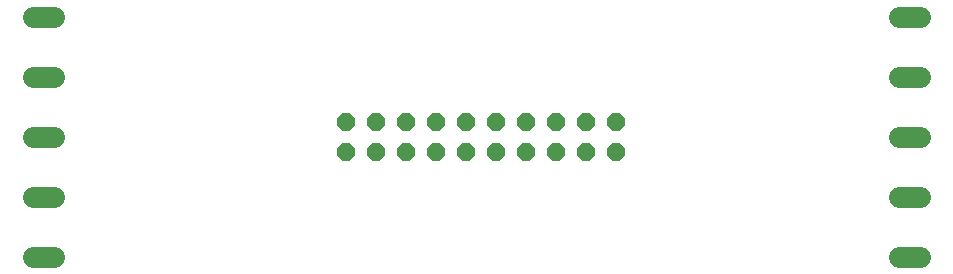
<source format=gtl>
G75*
%MOIN*%
%OFA0B0*%
%FSLAX24Y24*%
%IPPOS*%
%LPD*%
%AMOC8*
5,1,8,0,0,1.08239X$1,22.5*
%
%ADD10C,0.0705*%
%ADD11OC8,0.0600*%
D10*
X002398Y002764D02*
X003103Y002764D01*
X003103Y004764D02*
X002398Y004764D01*
X002398Y006764D02*
X003103Y006764D01*
X003103Y008764D02*
X002398Y008764D01*
X002398Y010764D02*
X003103Y010764D01*
X031244Y010764D02*
X031949Y010764D01*
X031949Y008764D02*
X031244Y008764D01*
X031244Y006764D02*
X031949Y006764D01*
X031949Y004764D02*
X031244Y004764D01*
X031244Y002764D02*
X031949Y002764D01*
D11*
X021831Y006264D03*
X020831Y006264D03*
X019831Y006264D03*
X018831Y006264D03*
X017831Y006264D03*
X016831Y006264D03*
X015831Y006264D03*
X014831Y006264D03*
X013831Y006264D03*
X012831Y006264D03*
X012831Y007264D03*
X013831Y007264D03*
X014831Y007264D03*
X015831Y007264D03*
X016831Y007264D03*
X017831Y007264D03*
X018831Y007264D03*
X019831Y007264D03*
X020831Y007264D03*
X021831Y007264D03*
M02*

</source>
